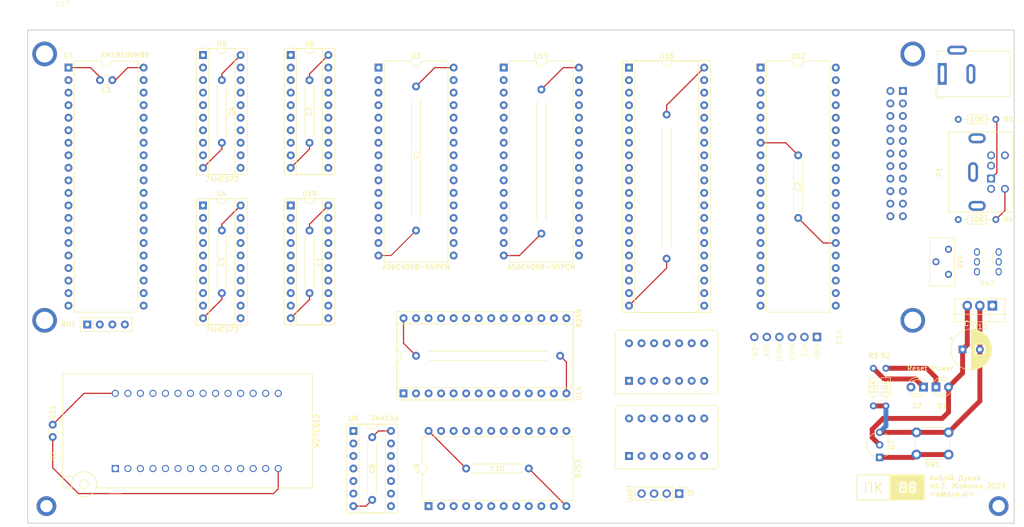
<source format=kicad_pcb>
(kicad_pcb (version 20221018) (generator pcbnew)
  (layers (0 "F.Cu" signal "Top") (31 "B.Cu" signal "Bot") (34 "B.Paste" user) (35 "F.Paste" user) (36 "B.SilkS" user "BotSilk") (37 "F.SilkS" user "TopSilk") (38 "B.Mask" user "BotMask") (39 "F.Mask" user "TopMask") (44 "Edge.Cuts" user "Board"))
  (net 0 "")
  (net 1 "GND")
  (net 2 "+5V")
  (net 3 "Net-(RN1A-R1.2)")
  (net 4 "Net-(RN1B-R2.2)")
  (net 5 "PS2DATA")
  (net 6 "AD_{0}")
  (net 7 "AD_{1}")
  (net 8 "AD_{2}")
  (net 9 "AD_{3}")
  (net 10 "AD_{5}")
  (net 11 "AD_{6}")
  (net 12 "AD_{7}")
  (net 13 "A_{7}")
  (net 14 "A_{6}")
  (net 15 "A_{5}")
  (net 16 "A_{4}")
  (net 17 "A_{3}")
  (net 18 "A_{2}")
  (net 19 "A_{1}")
  (net 20 "A_{0}")
  (net 21 "A_{15}")
  (net 22 "A_{12}")
  (net 23 "AD_{4}")
  (net 24 "ROM~{EN}")
  (net 25 "A_{10}")
  (net 26 "~{RD}")
  (net 27 "A_{11}")
  (net 28 "A_{9}")
  (net 29 "A_{8}")
  (net 30 "A_{13}")
  (net 31 "A_{14}")
  (net 32 "A_{18}")
  (net 33 "A_{16}")
  (net 34 "LORAM~{EN}")
  (net 35 "A_{17}")
  (net 36 "CLK")
  (net 37 "RES")
  (net 38 "IO{slash}~{M}")
  (net 39 "~{WR}")
  (net 44 "A_{19}")
  (net 45 "Net-(D1-K)")
  (net 46 "Net-(D2-K)")
  (net 47 "Net-(J1-Pad1)")
  (net 49 "MCLK")
  (net 50 "UART~{EN}")
  (net 51 "ALE")
  (net 55 "PPI~{EN}")
  (net 57 "AS_{19}")
  (net 58 "AS_{18}")
  (net 59 "AS_{17}")
  (net 60 "AS_{16}")
  (net 63 "Net-(U13-MISO)")
  (net 77 "HIRAM~{EN}")
  (net 79 "PS2CLK")
  (net 81 "Net-(U13-MOSI)")
  (net 88 "Net-(U13-SCK)")
  (net 89 "Net-(U13-~{CS})")
  (net 90 "Net-(U16-RCLK)")
  (net 91 "Net-(J2-Pin_4)")
  (net 92 "Net-(J2-Pin_3)")
  (net 93 "UARTCLK")
  (net 103 "~{RES}")
  (net 104 "INTR")
  (net 105 "~{INTA}")
  (net 110 "TIMERCLK")
  (net 122 "INT0")
  (net 123 "INT1")
  (net 129 "Net-(J1-Pad2)")
  (net 132 "INT4")
  (net 133 "Net-(RN1C-R3.2)")
  (net 136 "Net-(U10-IN)")
  (net 137 "Net-(U17-VEE)")
  (net 138 "Net-(U17-V0)")
  (net 145 "Net-(U6-I{slash}O-Pad18)")
  (net 146 "Net-(U6-I{slash}O-Pad19)")
  (net 147 "PIT~{EN}")
  (net 148 "PIC~{EN}")
  (net 151 "LCD~{EN}")
  (footprint "LED_THT:LED_D3.0mm" (layer "F.Cu") (at 204.47 90.17)
    (fp_text reference "D1")
    (fp_text value "Power")
  )
  (footprint "Package_DIP:DIP-20_W7.62mm_Socket" (layer "F.Cu") (at 55.88 53.34)
    (fp_text reference "U4")
    (fp_text value "74HC573")
  )
  (footprint "Package_DIP:DIP-32_W15.24mm" (layer "F.Cu") (at 116.84 25.4)
    (fp_text reference "U15")
    (fp_text value "AS6C4008-55PCN")
  )
  (footprint "Package_DIP:DIP-24_W15.24mm" (layer "F.Cu") (at 101.6 114.3 90)
    (fp_text reference "U9")
    (fp_text value "8253")
  )
  (footprint "footprints:C_Disc_Long" (layer "F.Cu") (at 176.53 55.88 90)
    (fp_text reference "C2")
    (fp_text value "0.1 uF")
  )
  (footprint "Package_DIP:DIP-20_W7.62mm_Socket" (layer "F.Cu") (at 73.66 53.34)
    (fp_text reference "U19")
    (fp_text value "ATF16V8")
  )
  (footprint "footprints:Hole_2.5x4" (layer "F.Cu") (at 24.13 114.3)
    (fp_text reference "H1" hide)
    (fp_text value "MountingHole")
  )
  (footprint "Potentiometer_THT:Potentiometer_Bourns_3296Y_Vertical" (layer "F.Cu") (at 207.01 67.31 -90)
    (fp_text reference "RV1")
    (fp_text value "R_Potentiometer")
  )
  (footprint "Resistor_THT:R_Axial_DIN0204_L3.6mm_D1.6mm_P7.62mm_Horizontal" (layer "F.Cu") (at 208.98 56.2)
    (fp_text reference "R4")
    (fp_text value "10K")
  )
  (footprint "footprints:C_Disc_Long" (layer "F.Cu") (at 109.2175 106.675)
    (fp_text reference "C10")
    (fp_text value "0.1 uF")
  )
  (footprint "Package_DIP:DIP-40_W15.24mm" (layer "F.Cu") (at 28.595 25.4)
    (fp_text reference "U1")
    (fp_text value "KM1810VM88")
  )
  (footprint "footprints:C_Disc_Long" (layer "F.Cu") (at 59.69 58.42 -90)
    (fp_text reference "C5")
    (fp_text value "0.1 uF")
  )
  (footprint "footprints:C_Disc_Long" (layer "F.Cu") (at 77.46 27.94 -90)
    (fp_text reference "C7")
    (fp_text value "0.1 uF")
  )
  (footprint "Custom_Footprints:Connector_Mini-DIN_Female_6Pin_2rows" (layer "F.Cu") (at 215.64 47.88 -90)
    (fp_text reference "P1")
    (fp_text value "Mini-DIN_6pins_ver3" hide)
  )
  (footprint "Capacitor_THT:C_Disc_D3.0mm_W1.6mm_P2.50mm" (layer "F.Cu") (at 37.485 27.94 180)
    (fp_text reference "C3")
    (fp_text value "0.1 uF")
  )
  (footprint "footprints:C_Disc_VeryLong" (layer "F.Cu") (at 105.41 83.82)
    (fp_text reference "C12" hide)
    (fp_text value "0.1 uF" hide)
  )
  (footprint "footprints:ZIF28" (layer "F.Cu") (at 38.1 106.68 90)
    (fp_text reference "U2")
    (fp_text value "W27C512")
  )
  (footprint "footprints:C_Disc_VeryLong" (layer "F.Cu") (at 99.06 35.56 -90)
    (fp_text reference "C6")
    (fp_text value "0.1 uF" hide)
  )
  (footprint "LED_THT:LED_D3.0mm" (layer "F.Cu") (at 201.93 90.17 180)
    (fp_text reference "D2")
    (fp_text value "Reset")
  )
  (footprint "footprints:C_Disc_Long" (layer "F.Cu") (at 59.69 27.94 -90)
    (fp_text reference "C4")
    (fp_text value "0.1 uF")
  )
  (footprint "footprints:LCD24064" (layer "F.Cu") (at 21.76 17.13)
    (fp_text reference "U17")
    (fp_text value "T6963C")
  )
  (footprint "footprints:Hole_2.5x4" (layer "F.Cu") (at 217.17 114.3)
    (fp_text reference "H2" hide)
    (fp_text value "MountingHole")
  )
  (footprint "Connector_BarrelJack:BarrelJack_Wuerth_6941xx301002" (layer "F.Cu") (at 205.74 26.67 90)
    (fp_text reference "J1" hide)
    (fp_text value "Barrel_Jack")
  )
  (footprint "footprints:C_Disc_Long" (layer "F.Cu") (at 77.47 58.42 -90)
    (fp_text reference "C1")
    (fp_text value "0.1 uF")
  )
  (footprint "footprints:MicroSD-Adapter" (layer "F.Cu") (at 186.055 77.47 -90)
    (fp_text reference "U13")
    (fp_text value "uSD adapter")
  )
  (footprint "Resistor_THT:R_Array_SIP4" (layer "F.Cu") (at 32.405 77.47)
    (fp_text reference "RN1")
    (fp_text value "R_Network03_Split")
  )
  (footprint "Package_DIP:DIP-28_W15.24mm_Socket" (layer "F.Cu") (at 96.52 91.44 90)
    (fp_text reference "U14")
    (fp_text value "8259")
  )
  (footprint "footprints:C_Disc_VeryLong" (layer "F.Cu") (at 124.465 36.195 -90)
    (fp_text reference "C13" hide)
    (fp_text value "0.1 uF" hide)
  )
  (footprint "Resistor_THT:R_Axial_DIN0204_L3.6mm_D1.6mm_P7.62mm_Horizontal" (layer "F.Cu") (at 191.77 86.36 -90)
    (fp_text reference "R3")
    (fp_text value "10K")
  )
  (footprint "footprints:Oscillator_DIP-8-14" (layer "F.Cu") (at 149.86 100.5)
    (fp_text reference "U11" hide)
    (fp_text value "15 MHz" hide)
  )
  (footprint "Package_DIP:DIP-40_W15.24mm_Socket" (layer "F.Cu") (at 142.235 25.405)
    (fp_text reference "U16")
    (fp_text value "16550")
  )
  (footprint "Package_DIP:DIP-32_W15.24mm" (layer "F.Cu") (at 91.44 25.4)
    (fp_text reference "U3")
    (fp_text value "AS6C4008-55PCN")
  )
  (footprint "Connector_PinHeader_2.54mm:PinHeader_1x04_P2.54mm_Vertical" (layer "F.Cu") (at 152.4 111.76 -90)
    (fp_text reference "J2")
    (fp_text value "UART")
  )
  (footprint "footprints:C_Disc_Long" (layer "F.Cu") (at 90.17 100.33 -90)
    (fp_text reference "C8")
    (fp_text value "0.1 uF")
  )
  (footprint "Capacitor_THT:C_Disc_D3.0mm_W1.6mm_P2.50mm" (layer "F.Cu") (at 25.4 97.79 -90)
    (fp_text reference "C11")
    (fp_text value "0.1 uF")
  )
  (footprint "Resistor_THT:R_Axial_DIN0204_L3.6mm_D1.6mm_P7.62mm_Horizontal" (layer "F.Cu") (at 208.98 35.88)
    (fp_text reference "R5")
    (fp_text value "10K")
  )
  (footprint "Package_DIP:DIP-40_W15.24mm" (layer "F.Cu") (at 168.91 25.4)
    (fp_text reference "U12")
    (fp_text value "8255")
  )
  (footprint "Package_TO_SOT_THT:TO-92L_Inline_Wide" (layer "F.Cu") (at 193.04 104.43 90)
    (fp_text reference "U7")
    (fp_text value "DS1813-5+" hide)
  )
  (footprint "footprints:C_Disc_VeryLong" (layer "F.Cu") (at 149.86 41.275 -90)
    (fp_text reference "C9" hide)
    (fp_text value "0.1 uF" hide)
  )
  (footprint "Resistor_THT:R_Axial_DIN0204_L3.6mm_D1.6mm_P7.62mm_Horizontal" (layer "F.Cu") (at 194.31 86.36 -90)
    (fp_text reference "R2")
    (fp_text value "10K")
  )
  (footprint "Package_DIP:DIP-14_W7.62mm_Socket" (layer "F.Cu") (at 86.36 99.06)
    (fp_text reference "U8")
    (fp_text value "74HC14")
  )
  (footprint "Package_DIP:DIP-20_W7.62mm_Socket" (layer "F.Cu") (at 73.66 22.86)
    (fp_text reference "U6")
    (fp_text value "ATF16V8")
  )
  (footprint "footprints:Oscillator_DIP-8-14" (layer "F.Cu") (at 149.86 85.26)
    (fp_text reference "U18" hide)
    (fp_text value "1.8432 MHz" hide)
  )
  (footprint "Capacitor_THT:CP_Radial_D8.0mm_P3.50mm" (layer "F.Cu") (at 209.86 82.55)
    (fp_text reference "C14")
    (fp_text value "10 uF")
  )
  (footprint "footprints:PB22E06" (layer "F.Cu") (at 212.07 61.92)
    (fp_text reference "SW2")
    (fp_text value "SW_Push_DPDT" hide)
  )
  (footprint "Package_DIP:DIP-20_W7.62mm_Socket" (layer "F.Cu") (at 55.88 22.86)
    (fp_text reference "U5")
    (fp_text value "74HC573")
  )
  (footprint "Button_Switch_THT:SW_PUSH_6mm_H5mm" (layer "F.Cu") (at 207.01 103.85 180)
    (fp_text reference "SW1")
    (fp_text value "Reset")
  )
  (footprint "Package_TO_SOT_THT:TO-220-3_Vertical" (layer "F.Cu") (at 215.9 73.66 180)
    (fp_text reference "U10")
    (fp_text value "L7805")
  )
  (gr_rect (start 195.118036 111.76) (end 202.103036 113.03) (stroke (width 0.15)) (fill solid) (layer "F.SilkS"))
  (gr_rect (start 200.515536 109.22) (end 202.103036 111.76) (stroke (width 0.15)) (fill solid) (layer "F.SilkS"))
  (gr_rect (start 195.118036 109.22) (end 196.705536 111.76) (stroke (width 0.15)) (fill solid) (layer "F.SilkS"))
  (gr_rect (start 195.118036 107.95) (end 202.103036 109.22) (stroke (width 0.15)) (fill solid) (layer "F.SilkS"))
  (gr_rect (start 20.32 17.78) (end 220.32 117.78) (stroke (width 0.2)) (fill none) (layer "Edge.Cuts"))
  (gr_text "Андрій Дунай\nv0.2, Жовтень 2023\n<a@dun.ai>" (at 203.055536 112.395) (layer "F.SilkS") (effects (font (size 1 1)) (justify left bottom)))
  (gr_text "88" (at 196.625207 111.77652) (layer "F.SilkS" knockout) (effects (font (size 2 2) (thickness 0.3)) (justify left bottom)))
  (gr_text_box "ПК" (start 188.450536 107.95) (end 195.089464 113.03) (layer "F.SilkS") (effects (font (size 2 2) (thickness 0.2)) (justify top)) (stroke (width 0.15)))
  (segment (start 30.6225 111.76) (end 70.1775 111.76) (width 0.25) (layer "F.Cu") (net 1))
  (segment (start 207.01 99.35) (end 200.51 99.35) (width 1) (layer "F.Cu") (net 1))
  (segment (start 59.69 72.39) (end 55.88 76.2) (width 0.25) (layer "F.Cu") (net 1))
  (segment (start 70.1775 111.76) (end 71.12 110.8175) (width 0.25) (layer "F.Cu") (net 1))
  (segment (start 193.04 99.35) (end 200.51 99.35) (width 1) (layer "F.Cu") (net 1))
  (segment (start 213.36 93) (end 207.01 99.35) (width 1) (layer "F.Cu") (net 1))
  (segment (start 129.54 85.09) (end 128.27 83.82) (width 0.25) (layer "F.Cu") (net 1))
  (segment (start 91.44 63.5) (end 93.98 63.5) (width 0.2) (layer "F.Cu") (net 1))
  (segment (start 149.86 66.04) (end 142.235 73.665) (width 0.25) (layer "F.Cu") (net 1))
  (segment (start 93.98 63.5) (end 99.06 58.42) (width 0.2) (layer "F.Cu") (net 1))
  (segment (start 173.99 40.64) (end 176.53 43.18) (width 0.25) (layer "F.Cu") (net 1))
  (segment (start 77.46 41.92) (end 77.46 40.64) (width 0.25) (layer "F.Cu") (net 1))
  (segment (start 71.12 110.8175) (end 71.12 106.68) (width 0.25) (layer "F.Cu") (net 1))
  (segment (start 149.86 64.135) (end 149.86 66.04) (width 0.25) (layer "F.Cu") (net 1))
  (segment (start 59.69 40.64) (end 59.69 41.91) (width 0.25) (layer "F.Cu") (net 1))
  (segment (start 120.02 63.5) (end 124.465 59.055) (width 0.25) (layer "F.Cu") (net 1))
  (segment (start 59.69 41.91) (end 55.88 45.72) (width 0.25) (layer "F.Cu") (net 1))
  (segment (start 129.5325 114.29) (end 129.5325 114.3) (width 0.25) (layer "F.Cu") (net 1))
  (segment (start 213.36 73.66) (end 213.36 82.55) (width 1) (layer "F.Cu") (net 1))
  (segment (start 121.9175 106.675) (end 129.5325 114.29) (width 0.25) (layer "F.Cu") (net 1))
  (segment (start 88.9 114.3) (end 90.17 113.03) (width 0.25) (layer "F.Cu") (net 1))
  (segment (start 25.4 100.29) (end 25.4 106.5375) (width 0.25) (layer "F.Cu") (net 1))
  (segment (start 29.21 25.4) (end 33.06 25.4) (width 0.25) (layer "F.Cu") (net 1))
  (segment (start 129.54 91.44) (end 129.54 85.09) (width 0.25) (layer "F.Cu") (net 1))
  (segment (start 116.84 63.5) (end 120.02 63.5) (width 0.25) (layer "F.Cu") (net 1))
  (segment (start 73.66 76.2) (end 77.47 72.39) (width 0.25) (layer "F.Cu") (net 1))
  (segment (start 73.66 45.72) (end 77.46 41.92) (width 0.25) (layer "F.Cu") (net 1))
  (segment (start 168.91 40.64) (end 173.99 40.64) (width 0.25) (layer "F.Cu") (net 1))
  (segment (start 77.47 72.39) (end 77.47 71.12) (width 0.25) (layer "F.Cu") (net 1))
  (segment (start 33.06 25.4) (end 35.6 27.94) (width 0.25) (layer "F.Cu") (net 1))
  (segment (start 86.36 114.3) (end 88.9 114.3) (width 0.25) (layer "F.Cu") (net 1))
  (segment (start 25.4 106.5375) (end 30.6225 111.76) (width 0.25) (layer "F.Cu") (net 1))
  (segment (start 59.69 71.12) (end 59.69 72.39) (width 0.25) (layer "F.Cu") (net 1))
  (segment (start 191.77 93.98) (end 194.31 93.98) (width 1) (layer "F.Cu") (net 1))
  (segment (start 213.36 82.55) (end 213.36 93) (width 1) (layer "F.Cu") (net 1))
  (segment (start 194.31 93.98) (end 194.31 98.08) (width 1) (layer "B.Cu") (net 1))
  (segment (start 194.31 98.08) (end 193.04 99.35) (width 1) (layer "B.Cu") (net 1))
  (segment (start 209.86 82.55) (end 209.86 87.32) (width 1) (layer "F.Cu") (net 2))
  (segment (start 132.08 25.4) (end 128.91 25.4) (width 0.25) (layer "F.Cu") (net 2))
  (segment (start 59.69 26.67) (end 59.69 27.94) (width 0.25) (layer "F.Cu") (net 2))
  (segment (start 128.91 25.4) (end 124.465 29.845) (width 0.25) (layer "F.Cu") (net 2))
  (segment (start 81.28 53.34) (end 77.47 57.15) (width 0.25) (layer "F.Cu") (net 2))
  (segment (start 149.86 33.02) (end 157.475 25.405) (width 0.25) (layer "F.Cu") (net 2))
  (segment (start 193.748679 96.52) (end 205.74 96.52) (width 1) (layer "F.Cu") (net 2))
  (segment (start 184.15 60.96) (end 181.61 60.96) (width 0.25) (layer "F.Cu") (net 2))
  (segment (start 106.68 25.4) (end 102.87 25.4) (width 0.25) (layer "F.Cu") (net 2))
  (segment (start 96.52 81.28) (end 99.06 83.82) (width 0.25) (layer "F.Cu") (net 2))
  (segment (start 149.86 34.925) (end 149.86 33.02) (width 0.25) (layer "F.Cu") (net 2))
  (segment (start 63.5 22.86) (end 59.69 26.67) (width 0.25) (layer "F.Cu") (net 2))
  (segment (start 209.86 87.32) (end 207.01 90.17) (width 1) (layer "F.Cu") (net 2))
  (segment (start 191.54 98.728679) (end 193.748679 96.52) (width 1) (layer "F.Cu") (net 2))
  (segment (start 40.64 25.4) (end 38.1 27.94) (width 0.25) (layer "F.Cu") (net 2))
  (segment (start 31.75 91.44) (end 25.4 97.79) (width 0.25) (layer "F.Cu") (net 2))
  (segment (start 59.69 57.15) (end 63.5 53.34) (width 0.25) (layer "F.Cu") (net 2))
  (segment (start 77.46 26.68) (end 77.46 27.94) (width 0.25) (layer "F.Cu") (net 2))
  (segment (start 109.2175 106.675) (end 101.6025 99.06) (width 0.25) (layer "F.Cu") (net 2))
  (segment (start 193.04 101.89) (end 191.54 100.39) (width 1) (layer "F.Cu") (net 2))
  (segment (start 91.44 99.06) (end 90.17 100.33) (width 0.25) (layer "F.Cu") (net 2))
  (segment (start 38.1 91.44) (end 31.75 91.44) (width 0.25) (layer "F.Cu") (net 2))
  (segment (start 210.82 81.59) (end 209.86 82.55) (width 1) (layer "F.Cu") (net 2))
  (segment (start 44.45 25.4) (end 40.64 25.4) (width 0.25) (layer "F.Cu") (net 2))
  (segment (start 191.54 100.39) (end 191.54 98.728679) (width 1) (layer "F.Cu") (net 2))
  (segment (start 207.01 95.25) (end 207.01 90.17) (width 1) (layer "F.Cu") (net 2))
  (segment (start 181.61 60.96) (end 176.53 55.88) (width 0.25) (layer "F.Cu") (net 2))
  (segment (start 102.87 25.4) (end 99.06 29.21) (width 0.25) (layer "F.Cu") (net 2))
  (segment (start 59.69 58.42) (end 59.69 57.15) (width 0.25) (layer "F.Cu") (net 2))
  (segment (start 93.98 99.06) (end 91.44 99.06) (width 0.25) (layer "F.Cu") (net 2))
  (segment (start 96.52 76.2) (end 96.52 81.28) (width 0.25) (layer "F.Cu") (net 2))
  (segment (start 81.28 22.86) (end 77.46 26.68) (width 0.25) (layer "F.Cu") (net 2))
  (segment (start 101.6025 99.06) (end 101.5925 99.06) (width 0.25) (layer "F.Cu") (net 2))
  (segment (start 205.74 96.52) (end 207.01 95.25) (width 1) (layer "F.Cu") (net 2))
  (segment (start 210.82 73.66) (end 210.82 81.59) (width 1) (layer "F.Cu") (net 2))
  (segment (start 77.47 57.15) (end 77.47 58.42) (width 0.25) (layer "F.Cu") (net 2))
  (segment (start 216.815 46.705) (end 216.815 36.095) (width 0.25) (layer "F.Cu") (net 5))
  (segment (start 216.815 36.095) (end 216.6 35.88) (width 0.25) (layer "F.Cu") (net 5))
  (segment (start 215.64 47.88) (end 216.815 46.705) (width 0.25) (layer "F.Cu") (net 5))
  (segment (start 194.31 86.36) (end 202.56 86.36) (width 1) (layer "F.Cu") (net 45))
  (segment (start 204.47 88.27) (end 204.47 90.17) (width 1) (layer "F.Cu") (net 45))
  (segment (start 202.56 86.36) (end 204.47 88.27) (width 1) (layer "F.Cu") (net 45))
  (segment (start 201.93 90.17) (end 200.28 88.52) (width 1) (layer "F.Cu") (net 46))
  (segment (start 200.28 88.52) (end 193.93 88.52) (width 1) (layer "F.Cu") (net 46))
  (segment (start 193.93 88.52) (end 191.77 86.36) (width 1) (layer "F.Cu") (net 46))
  (segment (start 218.44 54.36) (end 218.44 49.98) (width 0.25) (layer "F.Cu") (net 79))
  (segment (start 216.6 56.2) (end 218.44 54.36) (width 0.25) (layer "F.Cu") (net 79))
  (segment (start 193.04 104.43) (end 199.93 104.43) (width 1) (layer "F.Cu") (net 103))
  (segment (start 199.93 104.43) (end 200.51 103.85) (width 1) (layer "F.Cu") (net 103))
  (segment (start 207.01 103.85) (end 200.51 103.85) (width 1) (layer "F.Cu") (net 103))
)
</source>
